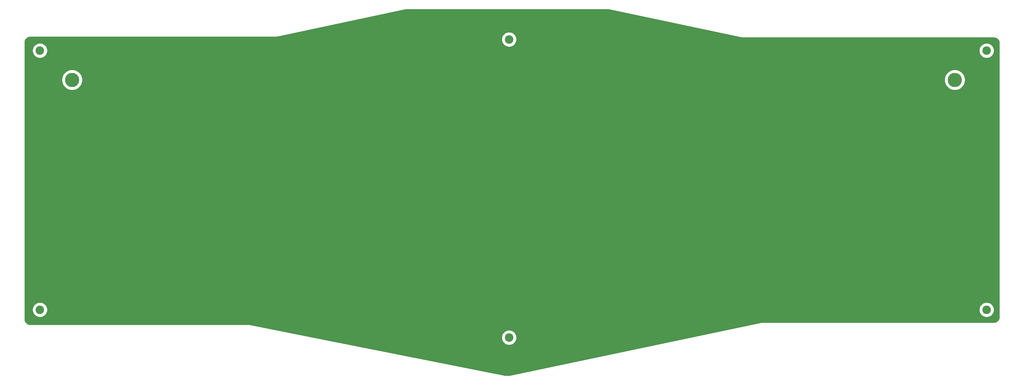
<source format=gbr>
%TF.GenerationSoftware,KiCad,Pcbnew,(5.1.9)-1*%
%TF.CreationDate,2021-02-22T13:55:33+01:00*%
%TF.ProjectId,backplate,6261636b-706c-4617-9465-2e6b69636164,rev?*%
%TF.SameCoordinates,Original*%
%TF.FileFunction,Copper,L1,Top*%
%TF.FilePolarity,Positive*%
%FSLAX46Y46*%
G04 Gerber Fmt 4.6, Leading zero omitted, Abs format (unit mm)*
G04 Created by KiCad (PCBNEW (5.1.9)-1) date 2021-02-22 13:55:33*
%MOMM*%
%LPD*%
G01*
G04 APERTURE LIST*
%TA.AperFunction,ComponentPad*%
%ADD10C,5.000000*%
%TD*%
%TA.AperFunction,ComponentPad*%
%ADD11C,3.000000*%
%TD*%
%TA.AperFunction,NonConductor*%
%ADD12C,0.254000*%
%TD*%
%TA.AperFunction,NonConductor*%
%ADD13C,0.100000*%
%TD*%
G04 APERTURE END LIST*
D10*
%TO.P,REF\u002A\u002A,1*%
%TO.N,N/C*%
X368300000Y-91440000D03*
%TD*%
%TO.P,REF\u002A\u002A,1*%
%TO.N,N/C*%
X58420000Y-91440000D03*
%TD*%
D11*
%TO.P,REF\u002A\u002A,1*%
%TO.N,N/C*%
X211836000Y-181991000D03*
%TD*%
%TO.P,REF\u002A\u002A,1*%
%TO.N,N/C*%
X211836000Y-77216000D03*
%TD*%
%TO.P,REF\u002A\u002A,1*%
%TO.N,N/C*%
X379476000Y-172212000D03*
%TD*%
%TO.P,REF\u002A\u002A,1*%
%TO.N,N/C*%
X379476000Y-81153000D03*
%TD*%
%TO.P,REF\u002A\u002A,1*%
%TO.N,N/C*%
X47117000Y-81153000D03*
%TD*%
%TO.P,REF\u002A\u002A,1*%
%TO.N,N/C*%
X47117000Y-172212000D03*
%TD*%
D12*
X247037181Y-66729057D02*
X247130052Y-66750887D01*
X247142522Y-66754831D01*
X293147858Y-76472685D01*
X293288319Y-76504128D01*
X293350389Y-76511769D01*
X293411562Y-76524772D01*
X293427558Y-76526453D01*
X294019111Y-76584456D01*
X294075405Y-76590000D01*
X381959657Y-76590000D01*
X382383197Y-76631529D01*
X382736403Y-76738168D01*
X383062172Y-76911382D01*
X383348092Y-77144572D01*
X383583277Y-77428861D01*
X383758759Y-77753409D01*
X383867863Y-78105868D01*
X383912000Y-78525798D01*
X383912001Y-174695646D01*
X383870471Y-175119197D01*
X383763832Y-175472403D01*
X383590617Y-175798173D01*
X383357426Y-176084094D01*
X383073139Y-176319277D01*
X382748591Y-176494759D01*
X382396132Y-176603863D01*
X381976202Y-176648000D01*
X300786618Y-176648000D01*
X300724022Y-176642488D01*
X300617200Y-176654127D01*
X300510169Y-176664668D01*
X300450027Y-176682912D01*
X211970050Y-195236391D01*
X211111937Y-195307549D01*
X210238212Y-195247069D01*
X210012440Y-195208892D01*
X142244241Y-181732263D01*
X209209000Y-181732263D01*
X209209000Y-182249737D01*
X209309954Y-182757268D01*
X209507983Y-183235351D01*
X209795476Y-183665615D01*
X210161385Y-184031524D01*
X210591649Y-184319017D01*
X211069732Y-184517046D01*
X211577263Y-184618000D01*
X212094737Y-184618000D01*
X212602268Y-184517046D01*
X213080351Y-184319017D01*
X213510615Y-184031524D01*
X213876524Y-183665615D01*
X214164017Y-183235351D01*
X214362046Y-182757268D01*
X214463000Y-182249737D01*
X214463000Y-181732263D01*
X214362046Y-181224732D01*
X214164017Y-180746649D01*
X213876524Y-180316385D01*
X213510615Y-179950476D01*
X213080351Y-179662983D01*
X212602268Y-179464954D01*
X212094737Y-179364000D01*
X211577263Y-179364000D01*
X211069732Y-179464954D01*
X210591649Y-179662983D01*
X210161385Y-179950476D01*
X209795476Y-180316385D01*
X209507983Y-180746649D01*
X209309954Y-181224732D01*
X209209000Y-181732263D01*
X142244241Y-181732263D01*
X120676233Y-177443171D01*
X120621831Y-177426668D01*
X120565200Y-177421090D01*
X120565183Y-177421087D01*
X120522718Y-177416906D01*
X120452595Y-177410000D01*
X120452566Y-177410000D01*
X120395947Y-177404426D01*
X120339383Y-177410000D01*
X43744343Y-177410000D01*
X43320803Y-177368471D01*
X42967597Y-177261832D01*
X42641827Y-177088617D01*
X42355906Y-176855426D01*
X42120723Y-176571139D01*
X41945241Y-176246591D01*
X41836137Y-175894132D01*
X41792000Y-175474202D01*
X41792000Y-171953263D01*
X44490000Y-171953263D01*
X44490000Y-172470737D01*
X44590954Y-172978268D01*
X44788983Y-173456351D01*
X45076476Y-173886615D01*
X45442385Y-174252524D01*
X45872649Y-174540017D01*
X46350732Y-174738046D01*
X46858263Y-174839000D01*
X47375737Y-174839000D01*
X47883268Y-174738046D01*
X48361351Y-174540017D01*
X48791615Y-174252524D01*
X49157524Y-173886615D01*
X49445017Y-173456351D01*
X49643046Y-172978268D01*
X49744000Y-172470737D01*
X49744000Y-171953263D01*
X376849000Y-171953263D01*
X376849000Y-172470737D01*
X376949954Y-172978268D01*
X377147983Y-173456351D01*
X377435476Y-173886615D01*
X377801385Y-174252524D01*
X378231649Y-174540017D01*
X378709732Y-174738046D01*
X379217263Y-174839000D01*
X379734737Y-174839000D01*
X380242268Y-174738046D01*
X380720351Y-174540017D01*
X381150615Y-174252524D01*
X381516524Y-173886615D01*
X381804017Y-173456351D01*
X382002046Y-172978268D01*
X382103000Y-172470737D01*
X382103000Y-171953263D01*
X382002046Y-171445732D01*
X381804017Y-170967649D01*
X381516524Y-170537385D01*
X381150615Y-170171476D01*
X380720351Y-169883983D01*
X380242268Y-169685954D01*
X379734737Y-169585000D01*
X379217263Y-169585000D01*
X378709732Y-169685954D01*
X378231649Y-169883983D01*
X377801385Y-170171476D01*
X377435476Y-170537385D01*
X377147983Y-170967649D01*
X376949954Y-171445732D01*
X376849000Y-171953263D01*
X49744000Y-171953263D01*
X49643046Y-171445732D01*
X49445017Y-170967649D01*
X49157524Y-170537385D01*
X48791615Y-170171476D01*
X48361351Y-169883983D01*
X47883268Y-169685954D01*
X47375737Y-169585000D01*
X46858263Y-169585000D01*
X46350732Y-169685954D01*
X45872649Y-169883983D01*
X45442385Y-170171476D01*
X45076476Y-170537385D01*
X44788983Y-170967649D01*
X44590954Y-171445732D01*
X44490000Y-171953263D01*
X41792000Y-171953263D01*
X41792000Y-91082772D01*
X54793000Y-91082772D01*
X54793000Y-91797228D01*
X54932383Y-92497957D01*
X55205794Y-93158029D01*
X55602725Y-93752078D01*
X56107922Y-94257275D01*
X56701971Y-94654206D01*
X57362043Y-94927617D01*
X58062772Y-95067000D01*
X58777228Y-95067000D01*
X59477957Y-94927617D01*
X60138029Y-94654206D01*
X60732078Y-94257275D01*
X61237275Y-93752078D01*
X61634206Y-93158029D01*
X61907617Y-92497957D01*
X62047000Y-91797228D01*
X62047000Y-91082772D01*
X364673000Y-91082772D01*
X364673000Y-91797228D01*
X364812383Y-92497957D01*
X365085794Y-93158029D01*
X365482725Y-93752078D01*
X365987922Y-94257275D01*
X366581971Y-94654206D01*
X367242043Y-94927617D01*
X367942772Y-95067000D01*
X368657228Y-95067000D01*
X369357957Y-94927617D01*
X370018029Y-94654206D01*
X370612078Y-94257275D01*
X371117275Y-93752078D01*
X371514206Y-93158029D01*
X371787617Y-92497957D01*
X371927000Y-91797228D01*
X371927000Y-91082772D01*
X371787617Y-90382043D01*
X371514206Y-89721971D01*
X371117275Y-89127922D01*
X370612078Y-88622725D01*
X370018029Y-88225794D01*
X369357957Y-87952383D01*
X368657228Y-87813000D01*
X367942772Y-87813000D01*
X367242043Y-87952383D01*
X366581971Y-88225794D01*
X365987922Y-88622725D01*
X365482725Y-89127922D01*
X365085794Y-89721971D01*
X364812383Y-90382043D01*
X364673000Y-91082772D01*
X62047000Y-91082772D01*
X61907617Y-90382043D01*
X61634206Y-89721971D01*
X61237275Y-89127922D01*
X60732078Y-88622725D01*
X60138029Y-88225794D01*
X59477957Y-87952383D01*
X58777228Y-87813000D01*
X58062772Y-87813000D01*
X57362043Y-87952383D01*
X56701971Y-88225794D01*
X56107922Y-88622725D01*
X55602725Y-89127922D01*
X55205794Y-89721971D01*
X54932383Y-90382043D01*
X54793000Y-91082772D01*
X41792000Y-91082772D01*
X41792000Y-80894263D01*
X44490000Y-80894263D01*
X44490000Y-81411737D01*
X44590954Y-81919268D01*
X44788983Y-82397351D01*
X45076476Y-82827615D01*
X45442385Y-83193524D01*
X45872649Y-83481017D01*
X46350732Y-83679046D01*
X46858263Y-83780000D01*
X47375737Y-83780000D01*
X47883268Y-83679046D01*
X48361351Y-83481017D01*
X48791615Y-83193524D01*
X49157524Y-82827615D01*
X49445017Y-82397351D01*
X49643046Y-81919268D01*
X49744000Y-81411737D01*
X49744000Y-80894263D01*
X376849000Y-80894263D01*
X376849000Y-81411737D01*
X376949954Y-81919268D01*
X377147983Y-82397351D01*
X377435476Y-82827615D01*
X377801385Y-83193524D01*
X378231649Y-83481017D01*
X378709732Y-83679046D01*
X379217263Y-83780000D01*
X379734737Y-83780000D01*
X380242268Y-83679046D01*
X380720351Y-83481017D01*
X381150615Y-83193524D01*
X381516524Y-82827615D01*
X381804017Y-82397351D01*
X382002046Y-81919268D01*
X382103000Y-81411737D01*
X382103000Y-80894263D01*
X382002046Y-80386732D01*
X381804017Y-79908649D01*
X381516524Y-79478385D01*
X381150615Y-79112476D01*
X380720351Y-78824983D01*
X380242268Y-78626954D01*
X379734737Y-78526000D01*
X379217263Y-78526000D01*
X378709732Y-78626954D01*
X378231649Y-78824983D01*
X377801385Y-79112476D01*
X377435476Y-79478385D01*
X377147983Y-79908649D01*
X376949954Y-80386732D01*
X376849000Y-80894263D01*
X49744000Y-80894263D01*
X49643046Y-80386732D01*
X49445017Y-79908649D01*
X49157524Y-79478385D01*
X48791615Y-79112476D01*
X48361351Y-78824983D01*
X47883268Y-78626954D01*
X47375737Y-78526000D01*
X46858263Y-78526000D01*
X46350732Y-78626954D01*
X45872649Y-78824983D01*
X45442385Y-79112476D01*
X45076476Y-79478385D01*
X44788983Y-79908649D01*
X44590954Y-80386732D01*
X44490000Y-80894263D01*
X41792000Y-80894263D01*
X41792000Y-78288343D01*
X41833529Y-77864803D01*
X41940168Y-77511597D01*
X42113382Y-77185828D01*
X42299794Y-76957263D01*
X209209000Y-76957263D01*
X209209000Y-77474737D01*
X209309954Y-77982268D01*
X209507983Y-78460351D01*
X209795476Y-78890615D01*
X210161385Y-79256524D01*
X210591649Y-79544017D01*
X211069732Y-79742046D01*
X211577263Y-79843000D01*
X212094737Y-79843000D01*
X212602268Y-79742046D01*
X213080351Y-79544017D01*
X213510615Y-79256524D01*
X213876524Y-78890615D01*
X214164017Y-78460351D01*
X214362046Y-77982268D01*
X214463000Y-77474737D01*
X214463000Y-76957263D01*
X214362046Y-76449732D01*
X214164017Y-75971649D01*
X213876524Y-75541385D01*
X213510615Y-75175476D01*
X213080351Y-74887983D01*
X212602268Y-74689954D01*
X212094737Y-74589000D01*
X211577263Y-74589000D01*
X211069732Y-74689954D01*
X210591649Y-74887983D01*
X210161385Y-75175476D01*
X209795476Y-75541385D01*
X209507983Y-75971649D01*
X209309954Y-76449732D01*
X209209000Y-76957263D01*
X42299794Y-76957263D01*
X42346572Y-76899908D01*
X42630861Y-76664723D01*
X42955409Y-76489241D01*
X43307868Y-76380137D01*
X43727798Y-76336000D01*
X129850595Y-76336000D01*
X129864812Y-76334600D01*
X129973332Y-76331913D01*
X130035399Y-76324272D01*
X130097902Y-76322050D01*
X130113829Y-76319801D01*
X130681883Y-76235551D01*
X130717628Y-76231550D01*
X175182598Y-66771106D01*
X175669959Y-66688193D01*
X175788394Y-66684000D01*
X246577657Y-66684000D01*
X247037181Y-66729057D01*
%TA.AperFunction,NonConductor*%
D13*
G36*
X247037181Y-66729057D02*
G01*
X247130052Y-66750887D01*
X247142522Y-66754831D01*
X293147858Y-76472685D01*
X293288319Y-76504128D01*
X293350389Y-76511769D01*
X293411562Y-76524772D01*
X293427558Y-76526453D01*
X294019111Y-76584456D01*
X294075405Y-76590000D01*
X381959657Y-76590000D01*
X382383197Y-76631529D01*
X382736403Y-76738168D01*
X383062172Y-76911382D01*
X383348092Y-77144572D01*
X383583277Y-77428861D01*
X383758759Y-77753409D01*
X383867863Y-78105868D01*
X383912000Y-78525798D01*
X383912001Y-174695646D01*
X383870471Y-175119197D01*
X383763832Y-175472403D01*
X383590617Y-175798173D01*
X383357426Y-176084094D01*
X383073139Y-176319277D01*
X382748591Y-176494759D01*
X382396132Y-176603863D01*
X381976202Y-176648000D01*
X300786618Y-176648000D01*
X300724022Y-176642488D01*
X300617200Y-176654127D01*
X300510169Y-176664668D01*
X300450027Y-176682912D01*
X211970050Y-195236391D01*
X211111937Y-195307549D01*
X210238212Y-195247069D01*
X210012440Y-195208892D01*
X142244241Y-181732263D01*
X209209000Y-181732263D01*
X209209000Y-182249737D01*
X209309954Y-182757268D01*
X209507983Y-183235351D01*
X209795476Y-183665615D01*
X210161385Y-184031524D01*
X210591649Y-184319017D01*
X211069732Y-184517046D01*
X211577263Y-184618000D01*
X212094737Y-184618000D01*
X212602268Y-184517046D01*
X213080351Y-184319017D01*
X213510615Y-184031524D01*
X213876524Y-183665615D01*
X214164017Y-183235351D01*
X214362046Y-182757268D01*
X214463000Y-182249737D01*
X214463000Y-181732263D01*
X214362046Y-181224732D01*
X214164017Y-180746649D01*
X213876524Y-180316385D01*
X213510615Y-179950476D01*
X213080351Y-179662983D01*
X212602268Y-179464954D01*
X212094737Y-179364000D01*
X211577263Y-179364000D01*
X211069732Y-179464954D01*
X210591649Y-179662983D01*
X210161385Y-179950476D01*
X209795476Y-180316385D01*
X209507983Y-180746649D01*
X209309954Y-181224732D01*
X209209000Y-181732263D01*
X142244241Y-181732263D01*
X120676233Y-177443171D01*
X120621831Y-177426668D01*
X120565200Y-177421090D01*
X120565183Y-177421087D01*
X120522718Y-177416906D01*
X120452595Y-177410000D01*
X120452566Y-177410000D01*
X120395947Y-177404426D01*
X120339383Y-177410000D01*
X43744343Y-177410000D01*
X43320803Y-177368471D01*
X42967597Y-177261832D01*
X42641827Y-177088617D01*
X42355906Y-176855426D01*
X42120723Y-176571139D01*
X41945241Y-176246591D01*
X41836137Y-175894132D01*
X41792000Y-175474202D01*
X41792000Y-171953263D01*
X44490000Y-171953263D01*
X44490000Y-172470737D01*
X44590954Y-172978268D01*
X44788983Y-173456351D01*
X45076476Y-173886615D01*
X45442385Y-174252524D01*
X45872649Y-174540017D01*
X46350732Y-174738046D01*
X46858263Y-174839000D01*
X47375737Y-174839000D01*
X47883268Y-174738046D01*
X48361351Y-174540017D01*
X48791615Y-174252524D01*
X49157524Y-173886615D01*
X49445017Y-173456351D01*
X49643046Y-172978268D01*
X49744000Y-172470737D01*
X49744000Y-171953263D01*
X376849000Y-171953263D01*
X376849000Y-172470737D01*
X376949954Y-172978268D01*
X377147983Y-173456351D01*
X377435476Y-173886615D01*
X377801385Y-174252524D01*
X378231649Y-174540017D01*
X378709732Y-174738046D01*
X379217263Y-174839000D01*
X379734737Y-174839000D01*
X380242268Y-174738046D01*
X380720351Y-174540017D01*
X381150615Y-174252524D01*
X381516524Y-173886615D01*
X381804017Y-173456351D01*
X382002046Y-172978268D01*
X382103000Y-172470737D01*
X382103000Y-171953263D01*
X382002046Y-171445732D01*
X381804017Y-170967649D01*
X381516524Y-170537385D01*
X381150615Y-170171476D01*
X380720351Y-169883983D01*
X380242268Y-169685954D01*
X379734737Y-169585000D01*
X379217263Y-169585000D01*
X378709732Y-169685954D01*
X378231649Y-169883983D01*
X377801385Y-170171476D01*
X377435476Y-170537385D01*
X377147983Y-170967649D01*
X376949954Y-171445732D01*
X376849000Y-171953263D01*
X49744000Y-171953263D01*
X49643046Y-171445732D01*
X49445017Y-170967649D01*
X49157524Y-170537385D01*
X48791615Y-170171476D01*
X48361351Y-169883983D01*
X47883268Y-169685954D01*
X47375737Y-169585000D01*
X46858263Y-169585000D01*
X46350732Y-169685954D01*
X45872649Y-169883983D01*
X45442385Y-170171476D01*
X45076476Y-170537385D01*
X44788983Y-170967649D01*
X44590954Y-171445732D01*
X44490000Y-171953263D01*
X41792000Y-171953263D01*
X41792000Y-91082772D01*
X54793000Y-91082772D01*
X54793000Y-91797228D01*
X54932383Y-92497957D01*
X55205794Y-93158029D01*
X55602725Y-93752078D01*
X56107922Y-94257275D01*
X56701971Y-94654206D01*
X57362043Y-94927617D01*
X58062772Y-95067000D01*
X58777228Y-95067000D01*
X59477957Y-94927617D01*
X60138029Y-94654206D01*
X60732078Y-94257275D01*
X61237275Y-93752078D01*
X61634206Y-93158029D01*
X61907617Y-92497957D01*
X62047000Y-91797228D01*
X62047000Y-91082772D01*
X364673000Y-91082772D01*
X364673000Y-91797228D01*
X364812383Y-92497957D01*
X365085794Y-93158029D01*
X365482725Y-93752078D01*
X365987922Y-94257275D01*
X366581971Y-94654206D01*
X367242043Y-94927617D01*
X367942772Y-95067000D01*
X368657228Y-95067000D01*
X369357957Y-94927617D01*
X370018029Y-94654206D01*
X370612078Y-94257275D01*
X371117275Y-93752078D01*
X371514206Y-93158029D01*
X371787617Y-92497957D01*
X371927000Y-91797228D01*
X371927000Y-91082772D01*
X371787617Y-90382043D01*
X371514206Y-89721971D01*
X371117275Y-89127922D01*
X370612078Y-88622725D01*
X370018029Y-88225794D01*
X369357957Y-87952383D01*
X368657228Y-87813000D01*
X367942772Y-87813000D01*
X367242043Y-87952383D01*
X366581971Y-88225794D01*
X365987922Y-88622725D01*
X365482725Y-89127922D01*
X365085794Y-89721971D01*
X364812383Y-90382043D01*
X364673000Y-91082772D01*
X62047000Y-91082772D01*
X61907617Y-90382043D01*
X61634206Y-89721971D01*
X61237275Y-89127922D01*
X60732078Y-88622725D01*
X60138029Y-88225794D01*
X59477957Y-87952383D01*
X58777228Y-87813000D01*
X58062772Y-87813000D01*
X57362043Y-87952383D01*
X56701971Y-88225794D01*
X56107922Y-88622725D01*
X55602725Y-89127922D01*
X55205794Y-89721971D01*
X54932383Y-90382043D01*
X54793000Y-91082772D01*
X41792000Y-91082772D01*
X41792000Y-80894263D01*
X44490000Y-80894263D01*
X44490000Y-81411737D01*
X44590954Y-81919268D01*
X44788983Y-82397351D01*
X45076476Y-82827615D01*
X45442385Y-83193524D01*
X45872649Y-83481017D01*
X46350732Y-83679046D01*
X46858263Y-83780000D01*
X47375737Y-83780000D01*
X47883268Y-83679046D01*
X48361351Y-83481017D01*
X48791615Y-83193524D01*
X49157524Y-82827615D01*
X49445017Y-82397351D01*
X49643046Y-81919268D01*
X49744000Y-81411737D01*
X49744000Y-80894263D01*
X376849000Y-80894263D01*
X376849000Y-81411737D01*
X376949954Y-81919268D01*
X377147983Y-82397351D01*
X377435476Y-82827615D01*
X377801385Y-83193524D01*
X378231649Y-83481017D01*
X378709732Y-83679046D01*
X379217263Y-83780000D01*
X379734737Y-83780000D01*
X380242268Y-83679046D01*
X380720351Y-83481017D01*
X381150615Y-83193524D01*
X381516524Y-82827615D01*
X381804017Y-82397351D01*
X382002046Y-81919268D01*
X382103000Y-81411737D01*
X382103000Y-80894263D01*
X382002046Y-80386732D01*
X381804017Y-79908649D01*
X381516524Y-79478385D01*
X381150615Y-79112476D01*
X380720351Y-78824983D01*
X380242268Y-78626954D01*
X379734737Y-78526000D01*
X379217263Y-78526000D01*
X378709732Y-78626954D01*
X378231649Y-78824983D01*
X377801385Y-79112476D01*
X377435476Y-79478385D01*
X377147983Y-79908649D01*
X376949954Y-80386732D01*
X376849000Y-80894263D01*
X49744000Y-80894263D01*
X49643046Y-80386732D01*
X49445017Y-79908649D01*
X49157524Y-79478385D01*
X48791615Y-79112476D01*
X48361351Y-78824983D01*
X47883268Y-78626954D01*
X47375737Y-78526000D01*
X46858263Y-78526000D01*
X46350732Y-78626954D01*
X45872649Y-78824983D01*
X45442385Y-79112476D01*
X45076476Y-79478385D01*
X44788983Y-79908649D01*
X44590954Y-80386732D01*
X44490000Y-80894263D01*
X41792000Y-80894263D01*
X41792000Y-78288343D01*
X41833529Y-77864803D01*
X41940168Y-77511597D01*
X42113382Y-77185828D01*
X42299794Y-76957263D01*
X209209000Y-76957263D01*
X209209000Y-77474737D01*
X209309954Y-77982268D01*
X209507983Y-78460351D01*
X209795476Y-78890615D01*
X210161385Y-79256524D01*
X210591649Y-79544017D01*
X211069732Y-79742046D01*
X211577263Y-79843000D01*
X212094737Y-79843000D01*
X212602268Y-79742046D01*
X213080351Y-79544017D01*
X213510615Y-79256524D01*
X213876524Y-78890615D01*
X214164017Y-78460351D01*
X214362046Y-77982268D01*
X214463000Y-77474737D01*
X214463000Y-76957263D01*
X214362046Y-76449732D01*
X214164017Y-75971649D01*
X213876524Y-75541385D01*
X213510615Y-75175476D01*
X213080351Y-74887983D01*
X212602268Y-74689954D01*
X212094737Y-74589000D01*
X211577263Y-74589000D01*
X211069732Y-74689954D01*
X210591649Y-74887983D01*
X210161385Y-75175476D01*
X209795476Y-75541385D01*
X209507983Y-75971649D01*
X209309954Y-76449732D01*
X209209000Y-76957263D01*
X42299794Y-76957263D01*
X42346572Y-76899908D01*
X42630861Y-76664723D01*
X42955409Y-76489241D01*
X43307868Y-76380137D01*
X43727798Y-76336000D01*
X129850595Y-76336000D01*
X129864812Y-76334600D01*
X129973332Y-76331913D01*
X130035399Y-76324272D01*
X130097902Y-76322050D01*
X130113829Y-76319801D01*
X130681883Y-76235551D01*
X130717628Y-76231550D01*
X175182598Y-66771106D01*
X175669959Y-66688193D01*
X175788394Y-66684000D01*
X246577657Y-66684000D01*
X247037181Y-66729057D01*
G37*
%TD.AperFunction*%
M02*

</source>
